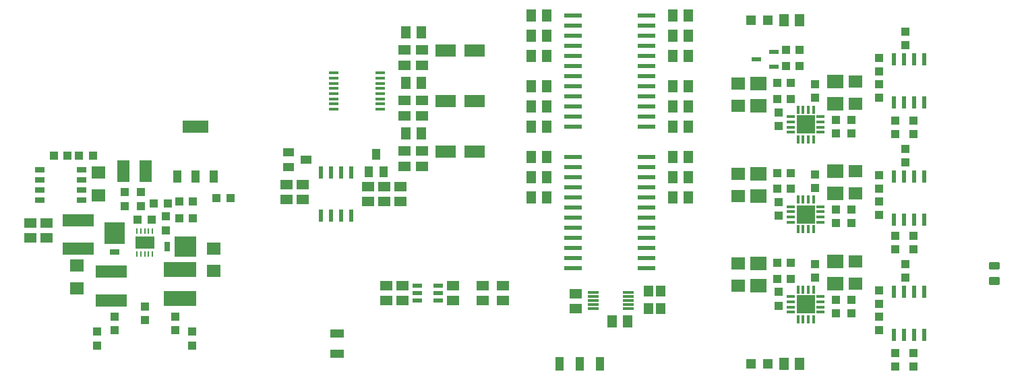
<source format=gbr>
G04 EAGLE Gerber RS-274X export*
G75*
%MOMM*%
%FSLAX34Y34*%
%LPD*%
%INSolderpaste Top*%
%IPPOS*%
%AMOC8*
5,1,8,0,0,1.08239X$1,22.5*%
G01*
%ADD10R,1.500000X1.300000*%
%ADD11R,1.200000X0.400000*%
%ADD12R,2.600000X1.600000*%
%ADD13R,1.300000X1.500000*%
%ADD14R,1.100000X1.000000*%
%ADD15R,1.800000X1.600000*%
%ADD16R,1.000000X1.100000*%
%ADD17R,2.540000X2.670000*%
%ADD18R,1.270000X0.800000*%
%ADD19R,2.670000X2.540000*%
%ADD20R,0.800000X1.270000*%
%ADD21R,4.100000X1.850000*%
%ADD22R,4.000000X1.500000*%
%ADD23R,0.250000X0.675000*%
%ADD24R,2.380000X1.650000*%
%ADD25R,1.143000X0.762000*%
%ADD26R,0.990600X1.498600*%
%ADD27R,3.276600X1.498600*%
%ADD28R,1.600000X2.700000*%
%ADD29R,1.000000X1.400000*%
%ADD30R,0.609600X1.524000*%
%ADD31R,1.400000X1.000000*%
%ADD32R,2.200000X0.600000*%
%ADD33R,1.200000X1.400000*%
%ADD34R,1.400000X0.300000*%
%ADD35R,1.016000X1.778000*%
%ADD36R,1.200000X0.550000*%
%ADD37R,2.000000X1.800000*%
%ADD38R,0.355600X1.066800*%
%ADD39R,1.066800X0.355600*%
%ADD40R,1.193800X0.558800*%
%ADD41R,1.200000X1.200000*%
%ADD42R,1.778000X1.016000*%
%ADD43C,0.250000*%

G36*
X1692605Y987872D02*
X1692605Y987872D01*
X1692607Y987871D01*
X1692650Y987891D01*
X1692694Y987909D01*
X1692694Y987911D01*
X1692696Y987912D01*
X1692729Y987997D01*
X1692729Y1010603D01*
X1692728Y1010605D01*
X1692729Y1010607D01*
X1692709Y1010650D01*
X1692691Y1010694D01*
X1692689Y1010694D01*
X1692688Y1010696D01*
X1692603Y1010729D01*
X1669997Y1010729D01*
X1669995Y1010728D01*
X1669993Y1010729D01*
X1669950Y1010709D01*
X1669906Y1010691D01*
X1669906Y1010689D01*
X1669904Y1010688D01*
X1669871Y1010603D01*
X1669871Y987997D01*
X1669872Y987995D01*
X1669871Y987993D01*
X1669891Y987950D01*
X1669909Y987906D01*
X1669911Y987906D01*
X1669912Y987904D01*
X1669997Y987871D01*
X1692603Y987871D01*
X1692605Y987872D01*
G37*
G36*
X1692605Y874872D02*
X1692605Y874872D01*
X1692607Y874871D01*
X1692650Y874891D01*
X1692694Y874909D01*
X1692694Y874911D01*
X1692696Y874912D01*
X1692729Y874997D01*
X1692729Y897603D01*
X1692728Y897605D01*
X1692729Y897607D01*
X1692709Y897650D01*
X1692691Y897694D01*
X1692689Y897694D01*
X1692688Y897696D01*
X1692603Y897729D01*
X1669997Y897729D01*
X1669995Y897728D01*
X1669993Y897729D01*
X1669950Y897709D01*
X1669906Y897691D01*
X1669906Y897689D01*
X1669904Y897688D01*
X1669871Y897603D01*
X1669871Y874997D01*
X1669872Y874995D01*
X1669871Y874993D01*
X1669891Y874950D01*
X1669909Y874906D01*
X1669911Y874906D01*
X1669912Y874904D01*
X1669997Y874871D01*
X1692603Y874871D01*
X1692605Y874872D01*
G37*
G36*
X1692605Y761872D02*
X1692605Y761872D01*
X1692607Y761871D01*
X1692650Y761891D01*
X1692694Y761909D01*
X1692694Y761911D01*
X1692696Y761912D01*
X1692729Y761997D01*
X1692729Y784603D01*
X1692728Y784605D01*
X1692729Y784607D01*
X1692709Y784650D01*
X1692691Y784694D01*
X1692689Y784694D01*
X1692688Y784696D01*
X1692603Y784729D01*
X1669997Y784729D01*
X1669995Y784728D01*
X1669993Y784729D01*
X1669950Y784709D01*
X1669906Y784691D01*
X1669906Y784689D01*
X1669904Y784688D01*
X1669871Y784603D01*
X1669871Y761997D01*
X1669872Y761995D01*
X1669871Y761993D01*
X1669891Y761950D01*
X1669909Y761906D01*
X1669911Y761906D01*
X1669912Y761904D01*
X1669997Y761871D01*
X1692603Y761871D01*
X1692605Y761872D01*
G37*
D10*
X1275080Y796900D03*
X1275080Y777900D03*
X1300480Y796900D03*
X1300480Y777900D03*
D11*
X1146850Y1018650D03*
X1146850Y1025150D03*
X1146850Y1031650D03*
X1146850Y1038150D03*
X1146850Y1044650D03*
X1146850Y1051150D03*
X1146850Y1057650D03*
X1146850Y1064150D03*
X1088350Y1064150D03*
X1088350Y1057650D03*
X1088350Y1051150D03*
X1088350Y1044650D03*
X1088350Y1038150D03*
X1088350Y1031650D03*
X1088350Y1025150D03*
X1088350Y1018650D03*
D12*
X1265140Y1092200D03*
X1229140Y1092200D03*
D10*
X1198880Y1092810D03*
X1198880Y1073810D03*
X1177290Y1073810D03*
X1177290Y1092810D03*
D13*
X1179220Y1115060D03*
X1198220Y1115060D03*
D12*
X1265140Y1028700D03*
X1229140Y1028700D03*
D10*
X1198880Y1029310D03*
X1198880Y1010310D03*
X1177290Y1010310D03*
X1177290Y1029310D03*
D13*
X1179220Y1051560D03*
X1198220Y1051560D03*
D12*
X1265140Y965200D03*
X1229140Y965200D03*
D10*
X1198880Y965810D03*
X1198880Y946810D03*
X1177290Y946810D03*
X1177290Y965810D03*
D13*
X1179220Y988060D03*
X1198220Y988060D03*
D14*
X911470Y881380D03*
X894470Y881380D03*
D15*
X937260Y843310D03*
X937260Y815310D03*
X765810Y793720D03*
X765810Y821720D03*
D14*
X862720Y900430D03*
X879720Y900430D03*
D16*
X825500Y914010D03*
X825500Y897010D03*
D10*
X727710Y856640D03*
X727710Y875640D03*
X707390Y875640D03*
X707390Y856640D03*
D15*
X792480Y910560D03*
X792480Y938560D03*
D16*
X850900Y770500D03*
X850900Y753500D03*
X791210Y738750D03*
X791210Y721750D03*
X910590Y738750D03*
X910590Y721750D03*
D17*
X812800Y862965D03*
D18*
X812800Y839455D03*
D19*
X902335Y845820D03*
D20*
X878825Y845820D03*
D21*
X895350Y780580D03*
X895350Y817080D03*
D22*
X808990Y778290D03*
X808990Y814290D03*
X767080Y843060D03*
X767080Y879060D03*
D16*
X842400Y880110D03*
X859400Y880110D03*
X736990Y960120D03*
X753990Y960120D03*
X768740Y960120D03*
X785740Y960120D03*
D14*
X812800Y740800D03*
X812800Y757800D03*
X889000Y740800D03*
X889000Y757800D03*
D16*
X894470Y902970D03*
X911470Y902970D03*
D14*
X877570Y883530D03*
X877570Y866530D03*
X845820Y897010D03*
X845820Y914010D03*
D23*
X860900Y865025D03*
X855900Y865025D03*
X850900Y865025D03*
X845900Y865025D03*
X840900Y865025D03*
X840900Y836775D03*
X845900Y836775D03*
X850900Y836775D03*
X855900Y836775D03*
X860900Y836775D03*
D24*
X850900Y850900D03*
D25*
X771525Y904240D03*
X771525Y916940D03*
X771525Y929640D03*
X771525Y942340D03*
X719455Y942340D03*
X719455Y929640D03*
X719455Y916940D03*
X719455Y904240D03*
D26*
X891540Y933704D03*
X914400Y933704D03*
X937260Y933704D03*
D27*
X914400Y996696D03*
D14*
X941460Y906780D03*
X958460Y906780D03*
D28*
X852200Y941070D03*
X824200Y941070D03*
D10*
X1131570Y921360D03*
X1131570Y902360D03*
X1151890Y902360D03*
X1151890Y921360D03*
X1172210Y921360D03*
X1172210Y902360D03*
X1049020Y923900D03*
X1049020Y904900D03*
D29*
X1141730Y962230D03*
X1151230Y940230D03*
X1132230Y940230D03*
D30*
X1109980Y938784D03*
X1109980Y884936D03*
X1097280Y938784D03*
X1084580Y938784D03*
X1097280Y884936D03*
X1084580Y884936D03*
X1071880Y938784D03*
X1071880Y884936D03*
D10*
X1028700Y904900D03*
X1028700Y923900D03*
D31*
X1053670Y955040D03*
X1031670Y945540D03*
X1031670Y964540D03*
D13*
X1533500Y1136650D03*
X1514500Y1136650D03*
X1533500Y996950D03*
X1514500Y996950D03*
X1336700Y996950D03*
X1355700Y996950D03*
X1355700Y1136650D03*
X1336700Y1136650D03*
X1533500Y1111250D03*
X1514500Y1111250D03*
X1533500Y1022350D03*
X1514500Y1022350D03*
X1355700Y1022350D03*
X1336700Y1022350D03*
X1336700Y1111250D03*
X1355700Y1111250D03*
X1533500Y1085850D03*
X1514500Y1085850D03*
X1533500Y1047750D03*
X1514500Y1047750D03*
X1355700Y1047750D03*
X1336700Y1047750D03*
X1336700Y1085850D03*
X1355700Y1085850D03*
D32*
X1481100Y1009650D03*
X1389100Y1136650D03*
X1481100Y996950D03*
X1481100Y1022350D03*
X1481100Y1035050D03*
X1389100Y1123950D03*
X1481100Y1136650D03*
X1481100Y1123950D03*
X1481100Y1060450D03*
X1481100Y1098550D03*
X1481100Y1047750D03*
X1481100Y1073150D03*
X1481100Y1111250D03*
X1481100Y1085850D03*
X1389100Y1111250D03*
X1389100Y1098550D03*
X1389100Y1085850D03*
X1389100Y1073150D03*
X1389100Y1060450D03*
X1389100Y1047750D03*
X1389100Y1035050D03*
X1389100Y1022350D03*
X1389100Y1009650D03*
X1389100Y996950D03*
D13*
X1533500Y958850D03*
X1514500Y958850D03*
X1355700Y958850D03*
X1336700Y958850D03*
X1533500Y933450D03*
X1514500Y933450D03*
X1336700Y933450D03*
X1355700Y933450D03*
X1533500Y908050D03*
X1514500Y908050D03*
X1336700Y908050D03*
X1355700Y908050D03*
D32*
X1481100Y831850D03*
X1389100Y958850D03*
X1481100Y819150D03*
X1481100Y844550D03*
X1481100Y857250D03*
X1389100Y946150D03*
X1481100Y958850D03*
X1481100Y946150D03*
X1481100Y882650D03*
X1481100Y920750D03*
X1481100Y869950D03*
X1481100Y895350D03*
X1481100Y933450D03*
X1481100Y908050D03*
X1389100Y933450D03*
X1389100Y920750D03*
X1389100Y908050D03*
X1389100Y895350D03*
X1389100Y882650D03*
X1389100Y869950D03*
X1389100Y857250D03*
X1389100Y844550D03*
X1389100Y831850D03*
X1389100Y819150D03*
D33*
X1483360Y768350D03*
X1499360Y768350D03*
X1483360Y790350D03*
X1499360Y790350D03*
D34*
X1457960Y768350D03*
X1457960Y773350D03*
X1457960Y778350D03*
X1457960Y783350D03*
X1457960Y788350D03*
X1413960Y788350D03*
X1413960Y783350D03*
X1413960Y778350D03*
X1413960Y773350D03*
X1413960Y768350D03*
D13*
X1457300Y751840D03*
X1438300Y751840D03*
D10*
X1391920Y786740D03*
X1391920Y767740D03*
D35*
X1422400Y698500D03*
X1397000Y698500D03*
X1371600Y698500D03*
D10*
X1174750Y796900D03*
X1174750Y777900D03*
X1154430Y796900D03*
X1154430Y777900D03*
X1238250Y796900D03*
X1238250Y777900D03*
D36*
X1193500Y796900D03*
X1193500Y787400D03*
X1193500Y777900D03*
X1219500Y777900D03*
X1219500Y787400D03*
X1219500Y796900D03*
D16*
X1693200Y1032840D03*
X1693200Y1049840D03*
D14*
X1662800Y1031300D03*
X1645800Y1031300D03*
D15*
X1743800Y1053400D03*
X1743800Y1025400D03*
D16*
X1646760Y1014700D03*
X1646760Y997700D03*
D15*
X1596310Y1050830D03*
X1596310Y1022830D03*
D14*
X1662800Y1051500D03*
X1645800Y1051500D03*
D37*
X1718500Y1025400D03*
X1718500Y1053400D03*
X1621560Y1022600D03*
X1621560Y1050600D03*
D14*
X1718780Y1005360D03*
X1718780Y988360D03*
X1738980Y988360D03*
X1738980Y1005360D03*
D38*
X1671550Y980647D03*
X1678050Y980647D03*
X1684550Y980647D03*
X1691050Y980647D03*
D39*
X1699953Y989550D03*
X1699953Y996050D03*
X1699953Y1002550D03*
X1699953Y1009050D03*
D38*
X1691050Y1017953D03*
X1684550Y1017953D03*
X1678050Y1017953D03*
X1671550Y1017953D03*
D39*
X1662647Y1009050D03*
X1662647Y1002550D03*
X1662647Y996050D03*
X1662647Y989550D03*
D16*
X1693200Y919840D03*
X1693200Y936840D03*
D14*
X1662800Y918300D03*
X1645800Y918300D03*
D15*
X1743800Y940400D03*
X1743800Y912400D03*
D16*
X1646760Y901700D03*
X1646760Y884700D03*
D15*
X1596340Y937640D03*
X1596340Y909640D03*
D14*
X1662800Y938500D03*
X1645800Y938500D03*
D37*
X1718500Y912400D03*
X1718500Y940400D03*
X1621560Y909600D03*
X1621560Y937600D03*
D14*
X1718780Y892360D03*
X1718780Y875360D03*
X1738980Y875360D03*
X1738980Y892360D03*
D38*
X1671550Y867647D03*
X1678050Y867647D03*
X1684550Y867647D03*
X1691050Y867647D03*
D39*
X1699953Y876550D03*
X1699953Y883050D03*
X1699953Y889550D03*
X1699953Y896050D03*
D38*
X1691050Y904953D03*
X1684550Y904953D03*
X1678050Y904953D03*
X1671550Y904953D03*
D39*
X1662647Y896050D03*
X1662647Y889550D03*
X1662647Y883050D03*
X1662647Y876550D03*
D16*
X1693200Y806840D03*
X1693200Y823840D03*
D14*
X1662800Y805300D03*
X1645800Y805300D03*
D15*
X1743800Y827400D03*
X1743800Y799400D03*
D16*
X1646760Y788700D03*
X1646760Y771700D03*
D15*
X1596370Y824610D03*
X1596370Y796610D03*
D14*
X1662800Y825500D03*
X1645800Y825500D03*
D37*
X1718500Y799400D03*
X1718500Y827400D03*
X1621560Y796600D03*
X1621560Y824600D03*
D14*
X1718780Y779360D03*
X1718780Y762360D03*
X1738980Y762360D03*
X1738980Y779360D03*
D38*
X1671550Y754647D03*
X1678050Y754647D03*
X1684550Y754647D03*
X1691050Y754647D03*
D39*
X1699953Y763550D03*
X1699953Y770050D03*
X1699953Y776550D03*
X1699953Y783050D03*
D38*
X1691050Y791953D03*
X1684550Y791953D03*
X1678050Y791953D03*
X1671550Y791953D03*
D39*
X1662647Y783050D03*
X1662647Y776550D03*
X1662647Y770050D03*
X1662647Y763550D03*
D40*
X1640825Y1071750D03*
X1640825Y1090750D03*
X1619235Y1081250D03*
D14*
X1656070Y1072480D03*
X1673070Y1072480D03*
X1656070Y1092980D03*
X1673070Y1092980D03*
D41*
X1633560Y1130300D03*
X1612560Y1130300D03*
X1633560Y698500D03*
X1612560Y698500D03*
D13*
X1673200Y1130300D03*
X1654200Y1130300D03*
X1673200Y698500D03*
X1654200Y698500D03*
D42*
X1092200Y711200D03*
X1092200Y736600D03*
D30*
X1830070Y788924D03*
X1830070Y735076D03*
X1817370Y788924D03*
X1804670Y788924D03*
X1817370Y735076D03*
X1804670Y735076D03*
X1791970Y788924D03*
X1791970Y735076D03*
D16*
X1772920Y773820D03*
X1772920Y790820D03*
X1772920Y757800D03*
X1772920Y740800D03*
X1793240Y712080D03*
X1793240Y695080D03*
X1816100Y712080D03*
X1816100Y695080D03*
D30*
X1830070Y933704D03*
X1830070Y879856D03*
X1817370Y933704D03*
X1804670Y933704D03*
X1817370Y879856D03*
X1804670Y879856D03*
X1791970Y933704D03*
X1791970Y879856D03*
D16*
X1772920Y918600D03*
X1772920Y935600D03*
X1772920Y902580D03*
X1772920Y885580D03*
X1793240Y859400D03*
X1793240Y842400D03*
X1816100Y859400D03*
X1816100Y842400D03*
D30*
X1830070Y1081024D03*
X1830070Y1027176D03*
X1817370Y1081024D03*
X1804670Y1081024D03*
X1817370Y1027176D03*
X1804670Y1027176D03*
X1791970Y1081024D03*
X1791970Y1027176D03*
D16*
X1772920Y1065920D03*
X1772920Y1082920D03*
X1772920Y1049900D03*
X1772920Y1032900D03*
X1793240Y1004180D03*
X1793240Y987180D03*
X1816100Y1004180D03*
X1816100Y987180D03*
D14*
X1805940Y823840D03*
X1805940Y806840D03*
X1805940Y968620D03*
X1805940Y951620D03*
X1805940Y1115940D03*
X1805940Y1098940D03*
D43*
X1923550Y807200D02*
X1923550Y799700D01*
X1911850Y799700D01*
X1911850Y807200D01*
X1923550Y807200D01*
X1923550Y802075D02*
X1911850Y802075D01*
X1911850Y804450D02*
X1923550Y804450D01*
X1923550Y806825D02*
X1911850Y806825D01*
X1923550Y818400D02*
X1923550Y825900D01*
X1923550Y818400D02*
X1911850Y818400D01*
X1911850Y825900D01*
X1923550Y825900D01*
X1923550Y820775D02*
X1911850Y820775D01*
X1911850Y823150D02*
X1923550Y823150D01*
X1923550Y825525D02*
X1911850Y825525D01*
M02*

</source>
